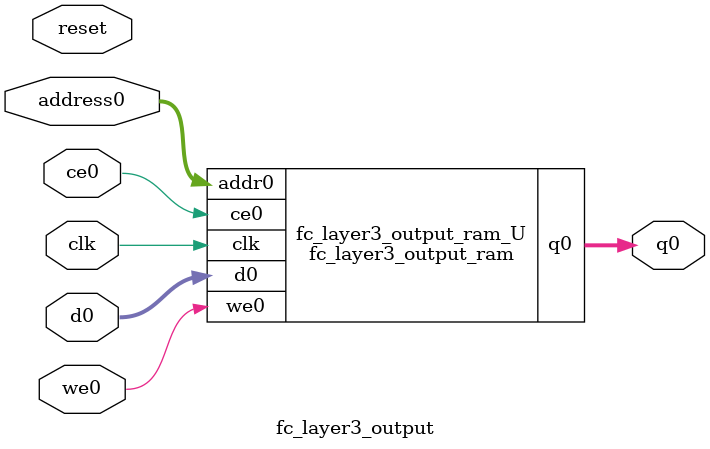
<source format=v>

`timescale 1 ns / 1 ps
module fc_layer3_output_ram (addr0, ce0, d0, we0, q0,  clk);

parameter DWIDTH = 32;
parameter AWIDTH = 4;
parameter MEM_SIZE = 10;

input[AWIDTH-1:0] addr0;
input ce0;
input[DWIDTH-1:0] d0;
input we0;
output reg[DWIDTH-1:0] q0;
input clk;

(* ram_style = "distributed" *)reg [DWIDTH-1:0] ram[0:MEM_SIZE-1];




always @(posedge clk)  
begin 
    if (ce0) 
    begin
        if (we0) 
        begin 
            ram[addr0] <= d0; 
            q0 <= d0;
        end 
        else 
            q0 <= ram[addr0];
    end
end


endmodule


`timescale 1 ns / 1 ps
module fc_layer3_output(
    reset,
    clk,
    address0,
    ce0,
    we0,
    d0,
    q0);

parameter DataWidth = 32'd32;
parameter AddressRange = 32'd10;
parameter AddressWidth = 32'd4;
input reset;
input clk;
input[AddressWidth - 1:0] address0;
input ce0;
input we0;
input[DataWidth - 1:0] d0;
output[DataWidth - 1:0] q0;



fc_layer3_output_ram fc_layer3_output_ram_U(
    .clk( clk ),
    .addr0( address0 ),
    .ce0( ce0 ),
    .d0( d0 ),
    .we0( we0 ),
    .q0( q0 ));

endmodule


</source>
